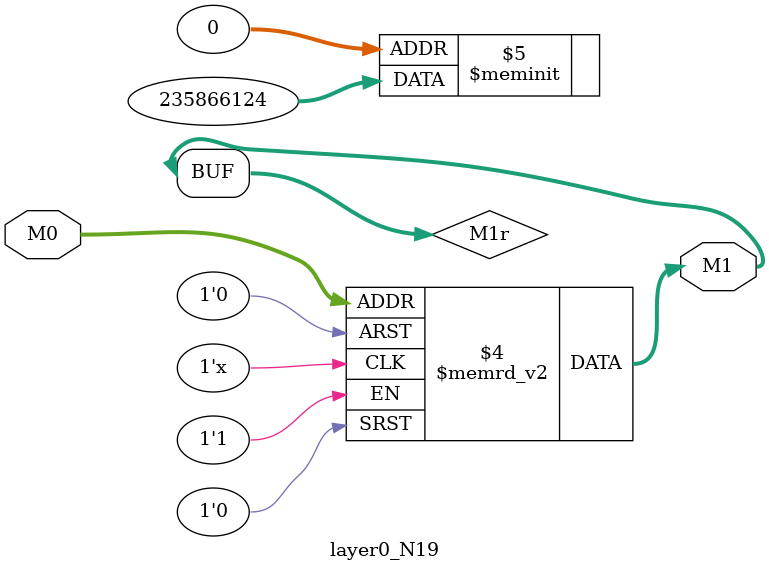
<source format=v>
module layer0_N19 ( input [3:0] M0, output [1:0] M1 );

	(*rom_style = "distributed" *) reg [1:0] M1r;
	assign M1 = M1r;
	always @ (M0) begin
		case (M0)
			4'b0000: M1r = 2'b00;
			4'b1000: M1r = 2'b11;
			4'b0100: M1r = 2'b00;
			4'b1100: M1r = 2'b10;
			4'b0010: M1r = 2'b00;
			4'b1010: M1r = 2'b00;
			4'b0110: M1r = 2'b00;
			4'b1110: M1r = 2'b00;
			4'b0001: M1r = 2'b11;
			4'b1001: M1r = 2'b11;
			4'b0101: M1r = 2'b10;
			4'b1101: M1r = 2'b11;
			4'b0011: M1r = 2'b00;
			4'b1011: M1r = 2'b00;
			4'b0111: M1r = 2'b00;
			4'b1111: M1r = 2'b00;

		endcase
	end
endmodule

</source>
